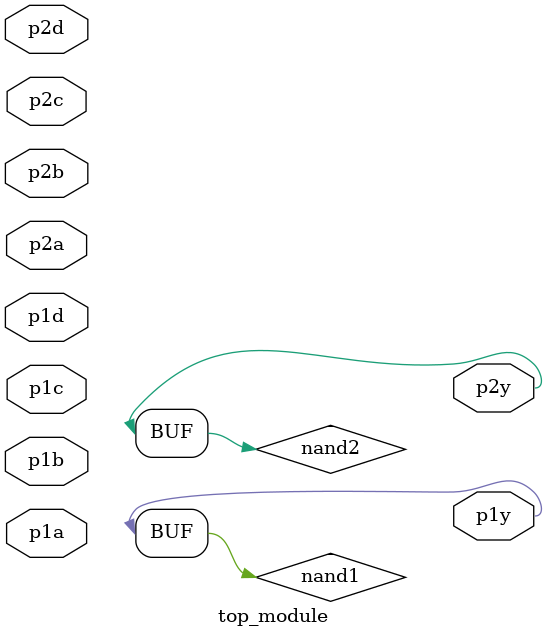
<source format=sv>
module top_module(
	input p1a, 
	input p1b, 
	input p1c, 
	input p1d, 
	output p1y, 
	input p2a, 
	input p2b, 
	input p2c, 
	input p2d, 
	output p2y
);
	
	// Define internal signals
	wire nand1, nand2;
	
	// NAND gate 1
	nand #(4) nand_gate1(
		.in1(p1a), 
		.in2(p1b), 
		.in3(p1c), 
		.in4(p1d), 
		.out(nand1)
	);
	
	// NAND gate 2
	nand #(4) nand_gate2(
		.in1(p2a), 
		.in2(p2b), 
		.in3(p2c), 
		.in4(p2d), 
		.out(nand2)
	);
	
	// Assign output signals
	assign p1y = nand1;
	assign p2y = nand2;
	
endmodule

</source>
